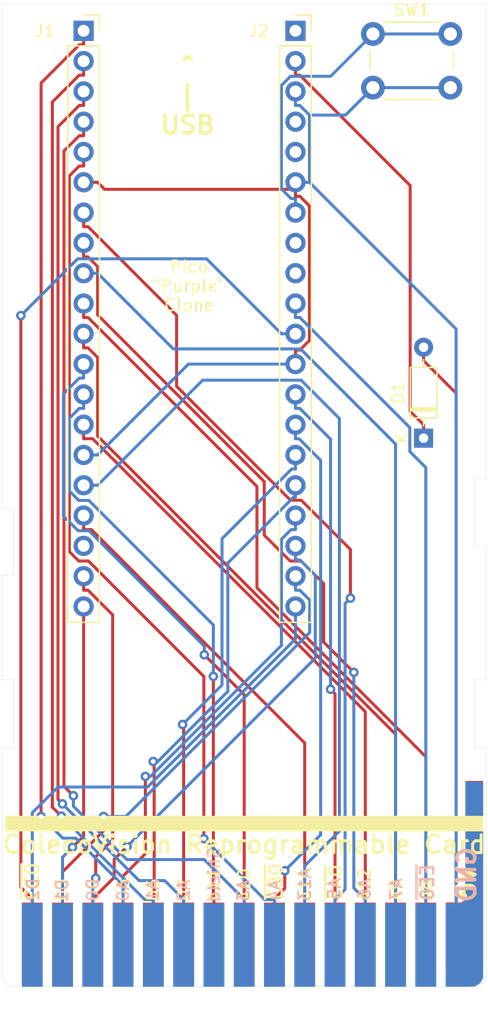
<source format=kicad_pcb>
(kicad_pcb (version 20240108) (generator "pcbnew") (generator_version "8.0")
  (title_block (title "ColecoVision Reprogrammable Memory Card") (date "2022-11-15") (rev "1") (company "Jaystonians Retro Wares"))
  (layers (0 "F.Cu" signal) (31 "B.Cu" signal) (34 "B.Paste" user) (35 "F.Paste" user) (36 "B.SilkS" user "B.Silkscreen") (37 "F.SilkS" user "F.Silkscreen") (38 "B.Mask" user) (39 "F.Mask" user) (44 "Edge.Cuts" user))
  (net 0 "")
  (net 1 "/~{FCE3}")
  (net 2 "/~{FCE2}")
  (net 3 "/~{FCE1}")
  (net 4 "/~{FCE0}")
  (net 5 "Net-(D1-K)")
  (net 6 "GND")
  (net 7 "+5V")
  (net 8 "A4")
  (net 9 "A11")
  (net 10 "A6")
  (net 11 "A13")
  (net 12 "A10")
  (net 13 "A0")
  (net 14 "A8")
  (net 15 "D0")
  (net 16 "A9")
  (net 17 "A12")
  (net 18 "D1")
  (net 19 "A7")
  (net 20 "A5")
  (net 21 "A3")
  (net 22 "A1")
  (net 23 "A2")
  (net 24 "A14")
  (net 26 "D6")
  (net 27 "D3")
  (net 28 "D5")
  (net 31 "D4")
  (net 32 "D7")
  (net 33 "RST")
  (net 34 "D2")
  (footprint "Library:Coleco_Expansion_Card" (layer "F.Cu") (at 99.0727 153.5327)
    (property "Reference" "X1" (hide yes))
    (property "Value" "CVS-Card")
    (fp_arc (start 18.8214 -7.62) (mid 18.579617 -7.036283) (end 17.9959 -6.7945) (stroke (width 0.5)) (layer "F.Cu"))
    (fp_poly (pts (xy 18.6055 -1.397) (xy 19.2405 -1.397) (xy 19.7485 -1.5875) (xy 20.0025 -1.905) (xy 20.0025 -2.54) (xy 20.0025 -17.2085) (xy 18.6055 -17.2085)) (stroke (width 0.1)) (fill solid) (layer "F.Cu"))
    (fp_arc (start 18.8214 -7.5565) (mid 18.579617 -6.972783) (end 17.9959 -6.731) (stroke (width 0.5)) (layer "B.Cu"))
    (fp_poly (pts (xy 18.6055 -0.0635) (xy 19.304 -0.0635) (xy 19.7485 -0.3175) (xy 20.0025 -0.762) (xy 20.0025 -1.016) (xy 20.0025 -17.145) (xy 18.6055 -17.145)) (stroke (width 0.1)) (fill solid) (layer "B.Cu"))
    (fp_poly (pts (xy -20.0025 -14.2875) (xy -20.0025 -13.081) (xy 20.0025 -13.081) (xy 20.0025 -14.2875)) (stroke (width 0.1)) (fill solid) (layer "F.SilkS"))
    (fp_line (start -20.32 -82.4) (end -20.32 -40.1) (stroke (width 0.0254)) (layer "Edge.Cuts"))
    (fp_line (start -20.32 -82.4) (end 20.32 -82.4) (stroke (width 0.0254)) (layer "Edge.Cuts"))
    (fp_line (start -20.32 -34.5) (end -20.32 -25.75) (stroke (width 0.0254)) (layer "Edge.Cuts"))
    (fp_line (start -20.32 -20) (end -20.32 -1.016) (stroke (width 0.0254)) (layer "Edge.Cuts"))
    (fp_line (start -19.35 -40.1) (end -20.32 -40.1) (stroke (width 0.0254)) (layer "Edge.Cuts"))
    (fp_line (start -19.35 -40.1) (end -19.35 -34.5) (stroke (width 0.0254)) (layer "Edge.Cuts"))
    (fp_line (start -19.35 -34.5) (end -20.32 -34.5) (stroke (width 0.0254)) (layer "Edge.Cuts"))
    (fp_line (start -19.35 -25.75) (end -20.32 -25.75) (stroke (width 0.0254)) (layer "Edge.Cuts"))
    (fp_line (start -19.35 -25.75) (end -19.35 -20) (stroke (width 0.0254)) (layer "Edge.Cuts"))
    (fp_line (start -19.35 -20) (end -20.32 -20) (stroke (width 0.0254)) (layer "Edge.Cuts"))
    (fp_line (start -19.304 0) (end 19.304 0) (stroke (width 0.0254)) (layer "Edge.Cuts"))
    (fp_line (start 19.35 -42.5975) (end 19.35 -36.9975) (stroke (width 0.0254)) (layer "Edge.Cuts"))
    (fp_line (start 19.35 -25.75) (end 19.35 -20) (stroke (width 0.0254)) (layer "Edge.Cuts"))
    (fp_line (start 20.32 -82.4) (end 20.32 -42.5975) (stroke (width 0.0254)) (layer "Edge.Cuts"))
    (fp_line (start 20.32 -42.5975) (end 19.35 -42.5975) (stroke (width 0.0254)) (layer "Edge.Cuts"))
    (fp_line (start 20.32 -37) (end 19.35 -37) (stroke (width 0.0254)) (layer "Edge.Cuts"))
    (fp_line (start 20.32 -37) (end 20.32 -25.75) (stroke (width 0.0254)) (layer "Edge.Cuts"))
    (fp_line (start 20.32 -25.75) (end 19.35 -25.75) (stroke (width 0.0254)) (layer "Edge.Cuts"))
    (fp_line (start 20.32 -20) (end 19.35 -20) (stroke (width 0.0254)) (layer "Edge.Cuts"))
    (fp_line (start 20.32 -20) (end 20.32 -1.016) (stroke (width 0.0254)) (layer "Edge.Cuts"))
    (fp_arc (start -19.304 0) (mid -20.02242 -0.29758) (end -20.32 -1.016) (stroke (width 0.0254)) (layer "Edge.Cuts"))
    (fp_arc (start 20.32 -1.016) (mid 20.02242 -0.29758) (end 19.304 0) (stroke (width 0.0254)) (layer "Edge.Cuts"))
    (fp_text user "A7" (at 12.7635 -8.1915 90) (layer "B.SilkS") (effects (justify mirror)))
    (fp_text user "A5" (at 7.5565 -8.1915 90) (layer "B.SilkS") (effects (justify mirror)))
    (fp_text user "A0" (at -10.16 -8.0645 90) (layer "B.SilkS") (effects (justify mirror)))
    (fp_text user "D2" (at -17.7165 -8.128 90) (layer "B.SilkS") (effects (justify mirror)))
    (fp_text user "A3" (at -0.0635 -8.0645 90) (layer "B.SilkS") (effects (justify mirror)))
    (fp_text user "Shield" (at -2.54 -9.398 90) (layer "B.SilkS") (effects (justify mirror)))
    (fp_text user "GND" (at 18.669 -9.398 90) (layer "B.SilkS") (effects (font (size 1.5 1.5) (thickness 0.3)) (justify mirror)))
    (fp_text user "D0" (at -12.7 -8.128 90) (layer "B.SilkS") (effects (justify mirror)))
    (fp_text user "A1" (at -7.6835 -8.0645 90) (layer "B.SilkS") (effects (justify mirror)))
    (fp_text user "~{EE0}" (at 15.367 -8.752701 90) (layer "B.SilkS") (effects (font (size 1.1 1.1) (thickness 0.2)) (justify mirror)))
    (fp_text user "A4" (at 2.54 -8.0645 90) (layer "B.SilkS") (effects (justify mirror)))
    (fp_text user "A13" (at 5.08 -8.5725 90) (layer "B.SilkS") (effects (justify mirror)))
    (fp_text user "A6" (at 10.0965 -8.1915 90) (layer "B.SilkS") (effects (justify mirror)))
    (fp_text user "D1" (at -15.3035 -8.0645 90) (layer "B.SilkS") (effects (justify mirror)))
    (fp_text user "A2" (at -5.08 -8.0645 90) (layer "B.SilkS") (effects (justify mirror)))
    (fp_text user "D5" (at -10.16 -8.128 90) (layer "F.SilkS"))
    (fp_text user "~{EA0}" (at 7.6835 -8.752701 90) (layer "F.SilkS") (effects (font (size 1.1 1.1) (thickness 0.2))))
    (fp_text user "5V" (at 18.669 -8.6995 90) (layer "F.SilkS") (effects (font (size 1.5 1.5) (thickness 0.3))))
    (fp_text user "D4" (at -12.7 -8.128 90) (layer "F.SilkS"))
    (fp_text user "A11" (at -2.54 -8.5725 90) (layer "F.SilkS"))
    (fp_text user "~{E80}" (at 2.654299 -8.816201 90) (layer "F.SilkS") (effects (font (size 1.1 1.1) (thickness 0.2))))
    (fp_text user "A12" (at 10.0965 -8.5725 90) (layer "F.SilkS"))
    (fp_text user "D6" (at -7.62 -8.128 90) (layer "F.SilkS"))
    (fp_text user "A8" (at 15.24 -8.128 90) (layer "F.SilkS"))
    (fp_text user "A14" (at 5.08 -8.5725 90) (layer "F.SilkS"))
    (fp_text user "D7" (at -5.0165 -8.128 90) (layer "F.SilkS"))
    (fp_text user "D3" (at -15.24 -8.128 90) (layer "F.SilkS"))
    (fp_text user "A10" (at 0 -8.5725 90) (layer "F.SilkS"))
    (fp_text user "A9" (at 12.7 -8.128 90) (layer "F.SilkS"))
    (fp_text user "~{EC0}" (at -17.78 -8.816201 90) (layer "F.SilkS") (effects (font (size 1.1 1.1) (thickness 0.2))))
    (fp_text user "ColecoVision Reprogrammable Card" (at -0.012701 -11.927701 0) (layer "F.SilkS") (effects (font (size 1.5 1.5) (thickness 0.25))))
    (pad "1" connect rect (at -17.78 -3.4925) (size 1.75 7) (layers "B.Cu" "B.Mask") (net 34 "D2"))
    (pad "2" connect rect (at -17.78 -3.556) (size 1.75 7) (layers "F.Cu" "F.Mask") (net 2 "/~{FCE2}"))
    (pad "3" connect rect (at -15.24 -3.4925) (size 1.75 7) (layers "B.Cu" "B.Mask") (net 18 "D1"))
    (pad "4" connect rect (at -15.24 -3.556) (size 1.75 7) (layers "F.Cu" "F.Mask") (net 27 "D3"))
    (pad "5" connect rect (at -12.7 -3.4925) (size 1.75 7) (layers "B.Cu" "B.Mask") (net 15 "D0"))
    (pad "6" connect rect (at -12.7 -3.556) (size 1.75 7) (layers "F.Cu" "F.Mask") (net 31 "D4"))
    (pad "7" connect rect (at -10.16 -3.4925) (size 1.75 7) (layers "B.Cu" "B.Mask") (net 13 "A0"))
    (pad "8" connect rect (at -10.16 -3.556) (size 1.75 7) (layers "F.Cu" "F.Mask") (net 28 "D5"))
    (pad "9" connect rect (at -7.62 -3.4925) (size 1.75 7) (layers "B.Cu" "B.Mask") (net 22 "A1"))
    (pad "10" connect rect (at -7.62 -3.556) (size 1.75 7) (layers "F.Cu" "F.Mask") (net 26 "D6"))
    (pad "11" connect rect (at -5.08 -3.4925) (size 1.75 7) (layers "B.Cu" "B.Mask") (net 23 "A2"))
    (pad "12" connect rect (at -5.08 -3.556) (size 1.75 7) (layers "F.Cu" "F.Mask") (net 32 "D7"))
    (pad "13" connect rect (at -2.54 -3.4925) (size 1.75 7) (layers "B.Cu" "B.Mask"))
    (pad "14" connect rect (at -2.54 -3.556) (size 1.75 7) (layers "F.Cu" "F.Mask") (net 9 "A11"))
    (pad "15" connect rect (at 0 -3.4925) (size 1.75 7) (layers "B.Cu" "B.Mask") (net 21 "A3"))
    (pad "16" connect rect (at 0 -3.556) (size 1.75 7) (layers "F.Cu" "F.Mask") (net 12 "A10"))
    (pad "17" connect rect (at 2.54 -3.4925) (size 1.75 7) (layers "B.Cu" "B.Mask") (net 8 "A4"))
    (pad "18" connect rect (at 2.54 -3.556) (size 1.75 7) (layers "F.Cu" "F.Mask") (net 4 "/~{FCE0}"))
    (pad "19" connect rect (at 5.08 -3.4925) (size 1.75 7) (layers "B.Cu" "B.Mask") (net 11 "A13"))
    (pad "20" connect rect (at 5.08 -3.556) (size 1.75 7) (layers "F.Cu" "F.Mask") (net 24 "A14"))
    (pad "21" connect rect (at 7.62 -3.4925) (size 1.75 7) (layers "B.Cu" "B.Mask") (net 20 "A5"))
    (pad "22" connect rect (at 7.62 -3.556) (size 1.75 7) (layers "F.Cu" "F.Mask") (net 3 "/~{FCE1}"))
    (pad "23" connect rect (at 10.16 -3.4925) (size 1.75 7) (layers "B.Cu" "B.Mask") (net 10 "A6"))
    (pad "24" connect rect (at 10.16 -3.556) (size 1.75 7) (layers "F.Cu" "F.Mask") (net 17 "A12"))
    (pad "25" connect rect (at 12.7 -3.4925) (size 1.75 7) (layers "B.Cu" "B.Mask") (net 19 "A7"))
    (pad "26" connect rect (at 12.7 -3.556) (size 1.75 7) (layers "F.Cu" "F.Mask") (net 16 "A9"))
    (pad "27" connect rect (at 15.24 -3.4925) (size 1.75 7) (layers "B.Cu" "B.Mask") (net 1 "/~{FCE3}"))
    (pad "28" connect rect (at 15.24 -3.556) (size 1.75 7) (layers "F.Cu" "F.Mask") (net 14 "A8"))
    (pad "29" connect rect (at 17.78 -3.4925) (size 1.75 7) (layers "B.Cu" "B.Mask") (net 6 "GND"))
    (pad "30" connect rect (at 17.78 -4.191) (size 1.75 5.75) (layers "F.Cu" "F.Mask") (net 7 "+5V"))
  )
  (footprint "Diode_THT:D_DO-35_SOD27_P7.62mm_Horizontal" (layer "F.Cu") (at 114.125 107.535 90)
    (property "Reference" "D1" (at 3.81 -2.12 -90) (layer "F.SilkS"))
    (property "Value" "Diode ")
    (fp_line (start 5.93 -1.12) (end 1.69 -1.12) (stroke (width 0.12)) (layer "F.SilkS"))
    (fp_line (start 2.53 -1.12) (end 2.53 1.12) (stroke (width 0.12)) (layer "F.SilkS"))
    (fp_line (start 2.41 -1.12) (end 2.41 1.12) (stroke (width 0.12)) (layer "F.SilkS"))
    (fp_line (start 2.29 -1.12) (end 2.29 1.12) (stroke (width 0.12)) (layer "F.SilkS"))
    (fp_line (start 1.69 -1.12) (end 1.69 1.12) (stroke (width 0.12)) (layer "F.SilkS"))
    (fp_line (start 6.58 0) (end 5.93 0) (stroke (width 0.12)) (layer "F.SilkS"))
    (fp_line (start 1.04 0) (end 1.69 0) (stroke (width 0.12)) (layer "F.SilkS"))
    (fp_line (start 5.93 1.12) (end 5.93 -1.12) (stroke (width 0.12)) (layer "F.SilkS"))
    (fp_line (start 1.69 1.12) (end 5.93 1.12) (stroke (width 0.12)) (layer "F.SilkS"))
    (fp_text user "K" (at 0 -1.8 -90) (layer "F.SilkS"))
    (pad "1" thru_hole rect (at 0 0 90) (size 1.6 1.6) (drill 0.8) (layers "*.Cu" "*.Mask") (net 5 "Net-(D1-K)"))
    (pad "2" thru_hole oval (at 7.62 0 90) (size 1.6 1.6) (drill 0.8) (layers "*.Cu" "*.Mask") (net 7 "+5V"))
  )
  (footprint "Connector_PinSocket_2.54mm:PinSocket_1x20_P2.54mm_Vertical" (layer "F.Cu") (at 85.6 73.385)
    (property "Reference" "J1" (at -3.25 0.015 0) (layer "F.SilkS"))
    (property "Value" "Conn_01x20")
    (fp_line (start -1.33 1.27) (end -1.33 49.59) (stroke (width 0.12)) (layer "F.SilkS"))
    (fp_line (start -1.33 1.27) (end 1.33 1.27) (stroke (width 0.12)) (layer "F.SilkS"))
    (fp_line (start -1.33 49.59) (end 1.33 49.59) (stroke (width 0.12)) (layer "F.SilkS"))
    (fp_line (start 0 -1.33) (end 1.33 -1.33) (stroke (width 0.12)) (layer "F.SilkS"))
    (fp_line (start 1.33 -1.33) (end 1.33 0) (stroke (width 0.12)) (layer "F.SilkS"))
    (fp_line (start 1.33 1.27) (end 1.33 49.59) (stroke (width 0.12)) (layer "F.SilkS"))
    (pad "1" thru_hole rect (at 0 0) (size 1.7 1.7) (drill 1) (layers "*.Cu" "*.Mask") (net 13 "A0"))
    (pad "2" thru_hole oval (at 0 2.54) (size 1.7 1.7) (drill 1) (layers "*.Cu" "*.Mask") (net 22 "A1"))
    (pad "3" thru_hole oval (at 0 5.08) (size 1.7 1.7) (drill 1) (layers "*.Cu" "*.Mask") (net 23 "A2"))
    (pad "4" thru_hole oval (at 0 7.62) (size 1.7 1.7) (drill 1) (layers "*.Cu" "*.Mask") (net 21 "A3"))
    (pad "5" thru_hole oval (at 0 10.16) (size 1.7 1.7) (drill 1) (layers "*.Cu" "*.Mask") (net 8 "A4"))
    (pad "6" thru_hole oval (at 0 12.7) (size 1.7 1.7) (drill 1) (layers "*.Cu" "*.Mask") (net 6 "GND"))
    (pad "7" thru_hole oval (at 0 15.24) (size 1.7 1.7) (drill 1) (layers "*.Cu" "*.Mask") (net 20 "A5"))
    (pad "8" thru_hole oval (at 0 17.78) (size 1.7 1.7) (drill 1) (layers "*.Cu" "*.Mask") (net 10 "A6"))
    (pad "9" thru_hole oval (at 0 20.32) (size 1.7 1.7) (drill 1) (layers "*.Cu" "*.Mask") (net 19 "A7"))
    (pad "10" thru_hole oval (at 0 22.86) (size 1.7 1.7) (drill 1) (layers "*.Cu" "*.Mask") (net 14 "A8"))
    (pad "11" thru_hole oval (at 0 25.4) (size 1.7 1.7) (drill 1) (layers "*.Cu" "*.Mask") (net 16 "A9"))
    (pad "12" thru_hole oval (at 0 27.94) (size 1.7 1.7) (drill 1) (layers "*.Cu" "*.Mask") (net 12 "A10"))
    (pad "13" thru_hole oval (at 0 30.48) (size 1.7 1.7) (drill 1) (layers "*.Cu" "*.Mask") (net 9 "A11"))
    (pad "14" thru_hole oval (at 0 33.02) (size 1.7 1.7) (drill 1) (layers "*.Cu" "*.Mask") (net 17 "A12"))
    (pad "15" thru_hole oval (at 0 35.56) (size 1.7 1.7) (drill 1) (layers "*.Cu" "*.Mask") (net 6 "GND"))
    (pad "16" thru_hole oval (at 0 38.1) (size 1.7 1.7) (drill 1) (layers "*.Cu" "*.Mask") (net 11 "A13"))
    (pad "17" thru_hole oval (at 0 40.64) (size 1.7 1.7) (drill 1) (layers "*.Cu" "*.Mask") (net 24 "A14"))
    (pad "18" thru_hole oval (at 0 43.18) (size 1.7 1.7) (drill 1) (layers "*.Cu" "*.Mask"))
    (pad "19" thru_hole oval (at 0 45.72) (size 1.7 1.7) (drill 1) (layers "*.Cu" "*.Mask") (net 15 "D0"))
    (pad "20" thru_hole oval (at 0 48.26) (size 1.7 1.7) (drill 1) (layers "*.Cu" "*.Mask") (net 18 "D1"))
  )
  (footprint "Button_Switch_THT:SW_PUSH_6mm" (layer "F.Cu") (at 109.875 73.65)
    (property "Reference" "SW1" (at 3.25 -2 0) (layer "F.SilkS"))
    (property "Value" "SW_Push")
    (fp_line (start -0.25 1.5) (end -0.25 3) (stroke (width 0.12)) (layer "F.SilkS"))
    (fp_line (start 1 5.5) (end 5.5 5.5) (stroke (width 0.12)) (layer "F.SilkS"))
    (fp_line (start 5.5 -1) (end 1 -1) (stroke (width 0.12)) (layer "F.SilkS"))
    (fp_line (start 6.75 3) (end 6.75 1.5) (stroke (width 0.12)) (layer "F.SilkS"))
    (pad "1" thru_hole circle (at 0 0 90) (size 2 2) (drill 1.1) (layers "*.Cu" "*.Mask") (net 33 "RST"))
    (pad "1" thru_hole circle (at 6.5 0 90) (size 2 2) (drill 1.1) (layers "*.Cu" "*.Mask") (net 33 "RST"))
    (pad "2" thru_hole circle (at 0 4.5 90) (size 2 2) (drill 1.1) (layers "*.Cu" "*.Mask") (net 6 "GND"))
    (pad "2" thru_hole circle (at 6.5 4.5 90) (size 2 2) (drill 1.1) (layers "*.Cu" "*.Mask") (net 6 "GND"))
  )
  (footprint "Connector_PinSocket_2.54mm:PinSocket_1x20_P2.54mm_Vertical" (layer "F.Cu") (at 103.375 73.385)
    (property "Reference" "J2" (at -3.1 0.015 0) (layer "F.SilkS"))
    (property "Value" "Conn_01x20")
    (fp_line (start -1.33 1.27) (end -1.33 49.59) (stroke (width 0.12)) (layer "F.SilkS"))
    (fp_line (start -1.33 1.27) (end 1.33 1.27) (stroke (width 0.12)) (layer "F.SilkS"))
    (fp_line (start -1.33 49.59) (end 1.33 49.59) (stroke (width 0.12)) (layer "F.SilkS"))
    (fp_line (start 0 -1.33) (end 1.33 -1.33) (stroke (width 0.12)) (layer "F.SilkS"))
    (fp_line (start 1.33 -1.33) (end 1.33 0) (stroke (width 0.12)) (layer "F.SilkS"))
    (fp_line (start 1.33 1.27) (end 1.33 49.59) (stroke (width 0.12)) (layer "F.SilkS"))
    (pad "1" thru_hole rect (at 0 0) (size 1.7 1.7) (drill 1) (layers "*.Cu" "*.Mask"))
    (pad "2" thru_hole oval (at 0 2.54) (size 1.7 1.7) (drill 1) (layers "*.Cu" "*.Mask") (net 5 "Net-(D1-K)"))
    (pad "3" thru_hole oval (at 0 5.08) (size 1.7 1.7) (drill 1) (layers "*.Cu" "*.Mask") (net 6 "GND"))
    (pad "4" thru_hole oval (at 0 7.62) (size 1.7 1.7) (drill 1) (layers "*.Cu" "*.Mask"))
    (pad "5" thru_hole oval (at 0 10.16) (size 1.7 1.7) (drill 1) (layers "*.Cu" "*.Mask"))
    (pad "6" thru_hole oval (at 0 12.7) (size 1.7 1.7) (drill 1) (layers "*.Cu" "*.Mask") (net 6 "GND"))
    (pad "7" thru_hole oval (at 0 15.24) (size 1.7 1.7) (drill 1) (layers "*.Cu" "*.Mask") (net 33 "RST"))
    (pad "8" thru_hole oval (at 0 17.78) (size 1.7 1.7) (drill 1) (layers "*.Cu" "*.Mask"))
    (pad "9" thru_hole oval (at 0 20.32) (size 1.7 1.7) (drill 1) (layers "*.Cu" "*.Mask"))
    (pad "10" thru_hole oval (at 0 22.86) (size 1.7 1.7) (drill 1) (layers "*.Cu" "*.Mask") (net 1 "/~{FCE3}"))
    (pad "11" thru_hole oval (at 0 25.4) (size 1.7 1.7) (drill 1) (layers "*.Cu" "*.Mask") (net 2 "/~{FCE2}"))
    (pad "12" thru_hole oval (at 0 27.94) (size 1.7 1.7) (drill 1) (layers "*.Cu" "*.Mask") (net 6 "GND"))
    (pad "13" thru_hole oval (at 0 30.48) (size 1.7 1.7) (drill 1) (layers "*.Cu" "*.Mask") (net 3 "/~{FCE1}"))
    (pad "14" thru_hole oval (at 0 33.02) (size 1.7 1.7) (drill 1) (layers "*.Cu" "*.Mask") (net 4 "/~{FCE0}"))
    (pad "15" thru_hole oval (at 0 35.56) (size 1.7 1.7) (drill 1) (layers "*.Cu" "*.Mask") (net 32 "D7"))
    (pad "16" thru_hole oval (at 0 38.1) (size 1.7 1.7) (drill 1) (layers "*.Cu" "*.Mask") (net 26 "D6"))
    (pad "17" thru_hole oval (at 0 40.64) (size 1.7 1.7) (drill 1) (layers "*.Cu" "*.Mask") (net 28 "D5"))
    (pad "18" thru_hole oval (at 0 43.18) (size 1.7 1.7) (drill 1) (layers "*.Cu" "*.Mask") (net 31 "D4"))
    (pad "19" thru_hole oval (at 0 45.72) (size 1.7 1.7) (drill 1) (layers "*.Cu" "*.Mask") (net 27 "D3"))
    (pad "20" thru_hole oval (at 0 48.26) (size 1.7 1.7) (drill 1) (layers "*.Cu" "*.Mask") (net 34 "D2"))
  )
  (gr_text "^\n|\nUSB\n" (at 94.325 82.15 0) (layer "F.SilkS") (effects (font (size 1.5 1.5) (thickness 0.3) (bold yes)) (justify bottom)))
  (gr_text "Pico\n{dblquote}Purple{dblquote}\nClone" (at 94.45 96.975 0) (layer "F.SilkS") (effects (font (size 1 1)) (justify bottom)))
  (segment (start 112.9729 106.6519) (end 112.9729 108.6602) (width 0.25) (layer "B.Cu") (net 1))
  (segment (start 103.7427 97.4217) (end 112.9729 106.6519) (width 0.25) (layer "B.Cu") (net 1))
  (segment (start 103.375 96.245) (end 103.375 97.4217) (width 0.25) (layer "B.Cu") (net 1))
  (segment (start 114.3127 110) (end 114.3127 150.0402) (width 0.25) (layer "B.Cu") (net 1))
  (segment (start 103.375 97.4217) (end 103.7427 97.4217) (width 0.25) (layer "B.Cu") (net 1))
  (segment (start 112.9729 108.6602) (end 114.3127 110) (width 0.25) (layer "B.Cu") (net 1))
  (segment (start 81.2927 146.15) (end 80.3361 145.1934) (width 0.25) (layer "F.Cu") (net 2))
  (segment (start 80.3361 145.1934) (end 80.3361 97.2611) (width 0.25) (layer "F.Cu") (net 2))
  (segment (start 81.2927 149.9767) (end 81.2927 146.15) (width 0.25) (layer "F.Cu") (net 2))
  (via (at 80.3361 97.2611) (size 0.8) (drill 0.4) (layers "F.Cu" "B.Cu") (net 2))
  (segment (start 95.9138 92.5005) (end 85.0967 92.5005) (width 0.25) (layer "B.Cu") (net 2))
  (segment (start 85.0967 92.5005) (end 80.3361 97.2611) (width 0.25) (layer "B.Cu") (net 2))
  (segment (start 102.1983 98.785) (end 95.9138 92.5005) (width 0.25) (layer "B.Cu") (net 2))
  (segment (start 103.375 98.785) (end 102.1983 98.785) (width 0.25) (layer "B.Cu") (net 2))
  (segment (start 106.6927 149.9767) (end 106.6927 146.15) (width 0.25) (layer "F.Cu") (net 3))
  (segment (start 106.6927 128.9626) (end 106.3193 128.5892) (width 0.25) (layer "F.Cu") (net 3))
  (segment (start 106.6927 146.15) (end 106.6927 128.9626) (width 0.25) (layer "F.Cu") (net 3))
  (via (at 106.3193 128.5892) (size 0.8) (drill 0.4) (layers "F.Cu" "B.Cu") (net 3))
  (segment (start 106.3193 107.6203) (end 106.3193 128.5892) (width 0.25) (layer "B.Cu") (net 3))
  (segment (start 103.7407 105.0417) (end 106.3193 107.6203) (width 0.25) (layer "B.Cu") (net 3))
  (segment (start 103.375 103.865) (end 103.375 105.0417) (width 0.25) (layer "B.Cu") (net 3))
  (segment (start 103.375 105.0417) (end 103.7407 105.0417) (width 0.25) (layer "B.Cu") (net 3))
  (segment (start 101.6127 146.15) (end 102.4786 145.2841) (width 0.25) (layer "F.Cu") (net 4))
  (segment (start 102.4786 145.2841) (end 102.4786 143.7995) (width 0.25) (layer "F.Cu") (net 4))
  (segment (start 101.6127 149.9767) (end 101.6127 146.15) (width 0.25) (layer "F.Cu") (net 4))
  (via (at 102.4786 143.7995) (size 0.8) (drill 0.4) (layers "F.Cu" "B.Cu") (net 4))
  (segment (start 102.4786 143.7995) (end 105.4882 140.7899) (width 0.25) (layer "B.Cu") (net 4))
  (segment (start 105.4882 109.394) (end 103.6759 107.5817) (width 0.25) (layer "B.Cu") (net 4))
  (segment (start 103.375 106.405) (end 103.375 107.5817) (width 0.25) (layer "B.Cu") (net 4))
  (segment (start 103.6759 107.5817) (end 103.375 107.5817) (width 0.25) (layer "B.Cu") (net 4))
  (segment (start 105.4882 140.7899) (end 105.4882 109.394) (width 0.25) (layer "B.Cu") (net 4))
  (segment (start 112.9983 105.2816) (end 112.9983 86.3573) (width 0.25) (layer "F.Cu") (net 5))
  (segment (start 103.7427 77.1017) (end 103.375 77.1017) (width 0.25) (layer "F.Cu") (net 5))
  (segment (start 114.125 107.535) (end 114.125 106.4083) (width 0.25) (layer "F.Cu") (net 5))
  (segment (start 112.9983 86.3573) (end 103.7427 77.1017) (width 0.25) (layer "F.Cu") (net 5))
  (segment (start 103.375 75.925) (end 103.375 77.1017) (width 0.25) (layer "F.Cu") (net 5))
  (segment (start 114.125 106.4083) (end 112.9983 105.2816) (width 0.25) (layer "F.Cu") (net 5))
  (segment (start 103.375 86.6733) (end 87.365 86.6733) (width 0.25) (layer "F.Cu") (net 6))
  (segment (start 104.5517 99.3393) (end 104.5517 88.0706) (width 0.25) (layer "F.Cu") (net 6))
  (segment (start 103.7428 87.2617) (end 103.375 87.2617) (width 0.25) (layer "F.Cu") (net 6))
  (segment (start 103.375 101.325) (end 103.375 100.1483) (width 0.25) (layer "F.Cu") (net 6))
  (segment (start 87.365 86.6733) (end 86.7767 86.085) (width 0.25) (layer "F.Cu") (net 6))
  (segment (start 104.5517 88.0706) (end 103.7428 87.2617) (width 0.25) (layer "F.Cu") (net 6))
  (segment (start 103.375 100.1483) (end 103.7427 100.1483) (width 0.25) (layer "F.Cu") (net 6))
  (segment (start 103.375 86.6733) (end 103.375 87.2617) (width 0.25) (layer "F.Cu") (net 6))
  (segment (start 85.6 86.085) (end 86.7767 86.085) (width 0.25) (layer "F.Cu") (net 6))
  (segment (start 103.375 86.085) (end 103.375 86.6733) (width 0.25) (layer "F.Cu") (net 6))
  (segment (start 103.7427 100.1483) (end 104.5517 99.3393) (width 0.25) (layer "F.Cu") (net 6))
  (segment (start 116.8527 150.0402) (end 116.8527 98.386) (width 0.25) (layer "B.Cu") (net 6))
  (segment (start 94.3967 101.325) (end 103.375 101.325) (width 0.25) (layer "B.Cu") (net 6))
  (segment (start 107.5743 80.4507) (end 109.875 78.15) (width 0.25) (layer "B.Cu") (net 6))
  (segment (start 116.8527 98.386) (end 104.5517 86.085) (width 0.25) (layer "B.Cu") (net 6))
  (segment (start 103.7427 79.6417) (end 103.375 79.6417) (width 0.25) (layer "B.Cu") (net 6))
  (segment (start 104.5517 80.4507) (end 107.5743 80.4507) (width 0.25) (layer "B.Cu") (net 6))
  (segment (start 116.375 78.15) (end 109.875 78.15) (width 0.25) (layer "B.Cu") (net 6))
  (segment (start 103.375 78.465) (end 103.375 79.6417) (width 0.25) (layer "B.Cu") (net 6))
  (segment (start 86.7767 108.945) (end 94.3967 101.325) (width 0.25) (layer "B.Cu") (net 6))
  (segment (start 103.375 86.085) (end 104.5517 86.085) (width 0.25) (layer "B.Cu") (net 6))
  (segment (start 85.6 108.945) (end 86.7767 108.945) (width 0.25) (layer "B.Cu") (net 6))
  (segment (start 104.5517 86.085) (end 104.5517 80.4507) (width 0.25) (layer "B.Cu") (net 6))
  (segment (start 104.5517 80.4507) (end 103.7427 79.6417) (width 0.25) (layer "B.Cu") (net 6))
  (segment (start 116.8527 103.7694) (end 116.8527 149.3417) (width 0.25) (layer "F.Cu") (net 7))
  (segment (start 114.125 101.0417) (end 116.8527 103.7694) (width 0.25) (layer "F.Cu") (net 7))
  (segment (start 114.125 99.915) (end 114.125 101.0417) (width 0.25) (layer "F.Cu") (net 7))
  (segment (start 85.2323 84.7217) (end 85.6 84.7217) (width 0.25) (layer "F.Cu") (net 8))
  (segment (start 84.4028 117.0454) (end 84.4028 85.5512) (width 0.25) (layer "F.Cu") (net 8))
  (segment (start 95.6882 127.5135) (end 86.0097 117.835) (width 0.25) (layer "F.Cu") (net 8))
  (segment (start 95.6882 141.1132) (end 95.6882 127.5135) (width 0.25) (layer "F.Cu") (net 8))
  (segment (start 85.1924 117.835) (end 84.4028 117.0454) (width 0.25) (layer "F.Cu") (net 8))
  (segment (start 86.0097 117.835) (end 85.1924 117.835) (width 0.25) (layer "F.Cu") (net 8))
  (segment (start 85.6 83.545) (end 85.6 84.7217) (width 0.25) (layer "F.Cu") (net 8))
  (segment (start 84.4028 85.5512) (end 85.2323 84.7217) (width 0.25) (layer "F.Cu") (net 8))
  (via (at 95.6882 141.1132) (size 0.8) (drill 0.4) (layers "F.Cu" "B.Cu") (net 8))
  (segment (start 100.7885 146.2135) (end 101.6127 146.2135) (width 0.25) (layer "B.Cu") (net 8))
  (segment (start 95.6882 141.1132) (end 100.7885 146.2135) (width 0.25) (layer "B.Cu") (net 8))
  (segment (start 101.6127 150.0402) (end 101.6127 146.2135) (width 0.25) (layer "B.Cu") (net 8))
  (segment (start 96.4863 146.1036) (end 96.4863 127.5111) (width 0.25) (layer "F.Cu") (net 9))
  (segment (start 96.5327 146.15) (end 96.4863 146.1036) (width 0.25) (layer "F.Cu") (net 9))
  (segment (start 96.5327 149.9767) (end 96.5327 146.15) (width 0.25) (layer "F.Cu") (net 9))
  (via (at 96.4863 127.5111) (size 0.8) (drill 0.4) (layers "F.Cu" "B.Cu") (net 9))
  (segment (start 84.4062 105.8678) (end 84.4062 111.9632) (width 0.25) (layer "B.Cu") (net 9))
  (segment (start 85.6 105.0417) (end 85.2323 105.0417) (width 0.25) (layer "B.Cu") (net 9))
  (segment (start 86.0429 112.755) (end 96.4863 123.1984) (width 0.25) (layer "B.Cu") (net 9))
  (segment (start 84.4062 111.9632) (end 85.198 112.755) (width 0.25) (layer "B.Cu") (net 9))
  (segment (start 85.198 112.755) (end 86.0429 112.755) (width 0.25) (layer "B.Cu") (net 9))
  (segment (start 96.4863 123.1984) (end 96.4863 127.5111) (width 0.25) (layer "B.Cu") (net 9))
  (segment (start 85.6 103.865) (end 85.6 105.0417) (width 0.25) (layer "B.Cu") (net 9))
  (segment (start 85.2323 105.0417) (end 84.4062 105.8678) (width 0.25) (layer "B.Cu") (net 9))
  (segment (start 85.6 92.3417) (end 85.9678 92.3417) (width 0.25) (layer "F.Cu") (net 10))
  (segment (start 85.6 91.165) (end 85.6 92.3417) (width 0.25) (layer "F.Cu") (net 10))
  (segment (start 100.7552 111.1785) (end 100.7552 115.6678) (width 0.25) (layer "F.Cu") (net 10))
  (segment (start 102.9224 117.835) (end 103.8477 117.835) (width 0.25) (layer "F.Cu") (net 10))
  (segment (start 103.8477 117.835) (end 105.74 119.7273) (width 0.25) (layer "F.Cu") (net 10))
  (segment (start 85.9678 92.3417) (end 86.7767 93.1506) (width 0.25) (layer "F.Cu") (net 10))
  (segment (start 86.7767 97.2) (end 100.7552 111.1785) (width 0.25) (layer "F.Cu") (net 10))
  (segment (start 105.74 124.6349) (end 108.274 127.1689) (width 0.25) (layer "F.Cu") (net 10))
  (segment (start 86.7767 93.1506) (end 86.7767 97.2) (width 0.25) (layer "F.Cu") (net 10))
  (segment (start 105.74 119.7273) (end 105.74 124.6349) (width 0.25) (layer "F.Cu") (net 10))
  (segment (start 100.7552 115.6678) (end 102.9224 117.835) (width 0.25) (layer "F.Cu") (net 10))
  (via (at 108.274 127.1689) (size 0.8) (drill 0.4) (layers "F.Cu" "B.Cu") (net 10))
  (segment (start 109.2327 146.2135) (end 108.274 145.2548) (width 0.25) (layer "B.Cu") (net 10))
  (segment (start 109.2327 150.0402) (end 109.2327 146.2135) (width 0.25) (layer "B.Cu") (net 10))
  (segment (start 108.274 145.2548) (end 108.274 127.1689) (width 0.25) (layer "B.Cu") (net 10))
  (segment (start 95.5893 102.6724) (end 103.8466 102.6724) (width 0.25) (layer "B.Cu") (net 11))
  (segment (start 85.6 111.485) (end 86.7767 111.485) (width 0.25) (layer "B.Cu") (net 11))
  (segment (start 86.7767 111.485) (end 95.5893 102.6724) (width 0.25) (layer "B.Cu") (net 11))
  (segment (start 107.0609 140.4803) (end 104.1527 143.3885) (width 0.25) (layer "B.Cu") (net 11))
  (segment (start 104.1527 143.3885) (end 104.1527 150.0402) (width 0.25) (layer "B.Cu") (net 11))
  (segment (start 103.8466 102.6724) (end 107.0609 105.8867) (width 0.25) (layer "B.Cu") (net 11))
  (segment (start 107.0609 105.8867) (end 107.0609 140.4803) (width 0.25) (layer "B.Cu") (net 11))
  (segment (start 99.0727 129.043) (end 99.0727 149.9767) (width 0.25) (layer "F.Cu") (net 12))
  (segment (start 95.7301 125.7004) (end 99.0727 129.043) (width 0.25) (layer "F.Cu") (net 12))
  (via (at 95.7301 125.7004) (size 0.8) (drill 0.4) (layers "F.Cu" "B.Cu") (net 12))
  (segment (start 85.2323 102.5017) (end 83.9142 103.8198) (width 0.25) (layer "B.Cu") (net 12))
  (segment (start 85.6 102.5017) (end 85.2323 102.5017) (width 0.25) (layer "B.Cu") (net 12))
  (segment (start 83.9142 103.8198) (end 83.9142 114.0703) (width 0.25) (layer "B.Cu") (net 12))
  (segment (start 85.6 101.325) (end 85.6 102.5017) (width 0.25) (layer "B.Cu") (net 12))
  (segment (start 83.9142 114.0703) (end 85.1389 115.295) (width 0.25) (layer "B.Cu") (net 12))
  (segment (start 95.7301 124.9752) (end 95.7301 125.7004) (width 0.25) (layer "B.Cu") (net 12))
  (segment (start 86.0499 115.295) (end 95.7301 124.9752) (width 0.25) (layer "B.Cu") (net 12))
  (segment (start 85.1389 115.295) (end 86.0499 115.295) (width 0.25) (layer "B.Cu") (net 12))
  (segment (start 85.6 73.385) (end 85.6 74.5617) (width 0.25) (layer "F.Cu") (net 13))
  (segment (start 85.6 74.5617) (end 85.2323 74.5617) (width 0.25) (layer "F.Cu") (net 13))
  (segment (start 85.2323 74.5617) (end 82.0329 77.7611) (width 0.25) (layer "F.Cu") (net 13))
  (segment (start 82.0329 77.7611) (end 82.0329 139.2492) (width 0.25) (layer "F.Cu") (net 13))
  (via (at 82.0329 139.2492) (size 0.8) (drill 0.4) (layers "F.Cu" "B.Cu") (net 13))
  (segment (start 88.9127 145.0471) (end 84.9327 141.0671) (width 0.25) (layer "B.Cu") (net 13))
  (segment (start 88.9127 150.0402) (end 88.9127 146.2135) (width 0.25) (layer "B.Cu") (net 13))
  (segment (start 83.8508 141.0671) (end 82.0329 139.2492) (width 0.25) (layer "B.Cu") (net 13))
  (segment (start 88.9127 146.2135) (end 88.9127 145.0471) (width 0.25) (layer "B.Cu") (net 13))
  (segment (start 84.9327 141.0671) (end 83.8508 141.0671) (width 0.25) (layer "B.Cu") (net 13))
  (segment (start 114.3127 149.9767) (end 114.3127 134.2469) (width 0.25) (layer "F.Cu") (net 14))
  (segment (start 85.6 96.245) (end 85.6 97.4217) (width 0.25) (layer "F.Cu") (net 14))
  (segment (start 114.3127 134.2469) (end 100.1444 120.0786) (width 0.25) (layer "F.Cu") (net 14))
  (segment (start 100.1444 120.0786) (end 100.1444 111.5889) (width 0.25) (layer "F.Cu") (net 14))
  (segment (start 85.9772 97.4217) (end 85.6 97.4217) (width 0.25) (layer "F.Cu") (net 14))
  (segment (start 100.1444 111.5889) (end 85.9772 97.4217) (width 0.25) (layer "F.Cu") (net 14))
  (segment (start 85.6 120.2817) (end 85.9677 120.2817) (width 0.25) (layer "F.Cu") (net 15))
  (segment (start 85.9677 120.2817) (end 88.0386 122.3526) (width 0.25) (layer "F.Cu") (net 15))
  (segment (start 88.0386 141.208) (end 86.6153 142.6313) (width 0.25) (layer "F.Cu") (net 15))
  (segment (start 85.6 119.105) (end 85.6 120.2817) (width 0.25) (layer "F.Cu") (net 15))
  (segment (start 88.0386 122.3526) (end 88.0386 141.208) (width 0.25) (layer "F.Cu") (net 15))
  (segment (start 86.6153 142.6313) (end 86.6153 144.4316) (width 0.25) (layer "F.Cu") (net 15))
  (via (at 86.6153 144.4316) (size 0.8) (drill 0.4) (layers "F.Cu" "B.Cu") (net 15))
  (segment (start 86.3727 144.6742) (end 86.3727 150.0402) (width 0.25) (layer "B.Cu") (net 15))
  (segment (start 86.6153 144.4316) (end 86.3727 144.6742) (width 0.25) (layer "B.Cu") (net 15))
  (segment (start 86.7767 100.7706) (end 86.7767 107.3583) (width 0.25) (layer "F.Cu") (net 16))
  (segment (start 85.9678 99.9617) (end 86.7767 100.7706) (width 0.25) (layer "F.Cu") (net 16))
  (segment (start 86.7767 107.3583) (end 111.7727 132.3543) (width 0.25) (layer "F.Cu") (net 16))
  (segment (start 85.6 99.9617) (end 85.9678 99.9617) (width 0.25) (layer "F.Cu") (net 16))
  (segment (start 85.6 98.785) (end 85.6 99.9617) (width 0.25) (layer "F.Cu") (net 16))
  (segment (start 111.7727 132.3543) (end 111.7727 149.9767) (width 0.25) (layer "F.Cu") (net 16))
  (segment (start 109.2327 130.4619) (end 109.2327 146.15) (width 0.25) (layer "F.Cu") (net 17))
  (segment (start 85.6 107.5817) (end 86.3525 107.5817) (width 0.25) (layer "F.Cu") (net 17))
  (segment (start 85.6 106.405) (end 85.6 107.5817) (width 0.25) (layer "F.Cu") (net 17))
  (segment (start 109.2327 149.9767) (end 109.2327 146.15) (width 0.25) (layer "F.Cu") (net 17))
  (segment (start 86.3525 107.5817) (end 109.2327 130.4619) (width 0.25) (layer "F.Cu") (net 17))
  (segment (start 84.6704 141.8328) (end 85.6 140.9032) (width 0.25) (layer "F.Cu") (net 18))
  (segment (start 85.6 121.645) (end 85.6 122.8217) (width 0.25) (layer "F.Cu") (net 18))
  (segment (start 85.6 140.9032) (end 85.6 122.8217) (width 0.25) (layer "F.Cu") (net 18))
  (via (at 84.6704 141.8328) (size 0.8) (drill 0.4) (layers "F.Cu" "B.Cu") (net 18))
  (segment (start 83.8327 150.0402) (end 83.8327 142.6705) (width 0.25) (layer "B.Cu") (net 18))
  (segment (start 83.8327 142.6705) (end 84.6704 141.8328) (width 0.25) (layer "B.Cu") (net 18))
  (segment (start 86.7767 93.705) (end 93.1267 100.055) (width 0.25) (layer "B.Cu") (net 19))
  (segment (start 93.1267 100.055) (end 103.7995 100.055) (width 0.25) (layer "B.Cu") (net 19))
  (segment (start 85.6 93.705) (end 86.7767 93.705) (width 0.25) (layer "B.Cu") (net 19))
  (segment (start 111.7727 108.0282) (end 111.7727 150.0402) (width 0.25) (layer "B.Cu") (net 19))
  (segment (start 103.7995 100.055) (end 111.7727 108.0282) (width 0.25) (layer "B.Cu") (net 19))
  (segment (start 107.9874 116.8652) (end 103.8605 112.7383) (width 0.25) (layer "F.Cu") (net 20))
  (segment (start 107.9874 120.9492) (end 107.9874 116.8652) (width 0.25) (layer "F.Cu") (net 20))
  (segment (start 85.9678 89.8017) (end 85.6 89.8017) (width 0.25) (layer "F.Cu") (net 20))
  (segment (start 85.6 88.625) (end 85.6 89.8017) (width 0.25) (layer "F.Cu") (net 20))
  (segment (start 103.8605 112.7383) (end 102.9538 112.7383) (width 0.25) (layer "F.Cu") (net 20))
  (segment (start 93.4036 103.1881) (end 93.4036 97.2375) (width 0.25) (layer "F.Cu") (net 20))
  (segment (start 102.9538 112.7383) (end 93.4036 103.1881) (width 0.25) (layer "F.Cu") (net 20))
  (segment (start 93.4036 97.2375) (end 85.9678 89.8017) (width 0.25) (layer "F.Cu") (net 20))
  (via (at 107.9874 120.9492) (size 0.8) (drill 0.4) (layers "F.Cu" "B.Cu") (net 20))
  (segment (start 107.9874 120.9492) (end 107.5374 121.3992) (width 0.25) (layer "B.Cu") (net 20))
  (segment (start 106.6927 150.0402) (end 106.6927 146.2135) (width 0.25) (layer "B.Cu") (net 20))
  (segment (start 107.5374 145.3688) (end 106.6927 146.2135) (width 0.25) (layer "B.Cu") (net 20))
  (segment (start 107.5374 121.3992) (end 107.5374 145.3688) (width 0.25) (layer "B.Cu") (net 20))
  (segment (start 83.9511 136.7173) (end 84.7432 137.5094) (width 0.25) (layer "F.Cu") (net 21))
  (segment (start 85.6 82.1817) (end 85.2323 82.1817) (width 0.25) (layer "F.Cu") (net 21))
  (segment (start 83.9511 83.4629) (end 83.9511 136.7173) (width 0.25) (layer "F.Cu") (net 21))
  (segment (start 85.2323 82.1817) (end 83.9511 83.4629) (width 0.25) (layer "F.Cu") (net 21))
  (segment (start 85.6 81.005) (end 85.6 82.1817) (width 0.25) (layer "F.Cu") (net 21))
  (via (at 84.7432 137.5094) (size 0.8) (drill 0.4) (layers "F.Cu" "B.Cu") (net 21))
  (segment (start 95.7248 142.8656) (end 99.0727 146.2135) (width 0.25) (layer "B.Cu") (net 21))
  (segment (start 84.7432 137.5094) (end 84.7432 138.387) (width 0.25) (layer "B.Cu") (net 21))
  (segment (start 99.0727 150.0402) (end 99.0727 146.2135) (width 0.25) (layer "B.Cu") (net 21))
  (segment (start 84.7432 138.387) (end 89.2218 142.8656) (width 0.25) (layer "B.Cu") (net 21))
  (segment (start 89.2218 142.8656) (end 95.7248 142.8656) (width 0.25) (layer "B.Cu") (net 21))
  (segment (start 85.2323 77.1017) (end 82.9782 79.3558) (width 0.25) (layer "F.Cu") (net 22))
  (segment (start 82.9782 79.3558) (end 82.9782 138.4724) (width 0.25) (layer "F.Cu") (net 22))
  (segment (start 85.6 77.1017) (end 85.2323 77.1017) (width 0.25) (layer "F.Cu") (net 22))
  (segment (start 82.9782 138.4724) (end 83.73 139.2242) (width 0.25) (layer "F.Cu") (net 22))
  (segment (start 85.6 75.925) (end 85.6 77.1017) (width 0.25) (layer "F.Cu") (net 22))
  (via (at 83.73 139.2242) (size 0.8) (drill 0.4) (layers "F.Cu" "B.Cu") (net 22))
  (segment (start 91.4527 150.0402) (end 91.4527 146.2135) (width 0.25) (layer "B.Cu") (net 22))
  (segment (start 90.7193 146.2135) (end 83.73 139.2242) (width 0.25) (layer "B.Cu") (net 22))
  (segment (start 91.4527 146.2135) (end 90.7193 146.2135) (width 0.25) (layer "B.Cu") (net 22))
  (segment (start 85.6 78.465) (end 85.6 79.6417) (width 0.25) (layer "F.Cu") (net 23))
  (segment (start 85.6 79.6417) (end 85.2323 79.6417) (width 0.25) (layer "F.Cu") (net 23))
  (segment (start 83.4516 137.8258) (end 83.8193 138.1935) (width 0.25) (layer "F.Cu") (net 23))
  (segment (start 85.2323 79.6417) (end 83.4516 81.4224) (width 0.25) (layer "F.Cu") (net 23))
  (segment (start 83.4516 81.4224) (end 83.4516 137.8258) (width 0.25) (layer "F.Cu") (net 23))
  (via (at 83.8193 138.1935) (size 0.8) (drill 0.4) (layers "F.Cu" "B.Cu") (net 23))
  (segment (start 92.4055 144.6263) (end 93.9927 146.2135) (width 0.25) (layer "B.Cu") (net 23))
  (segment (start 90.2521 144.6263) (end 92.4055 144.6263) (width 0.25) (layer "B.Cu") (net 23))
  (segment (start 83.8193 138.1935) (end 90.2521 144.6263) (width 0.25) (layer "B.Cu") (net 23))
  (segment (start 93.9927 150.0402) (end 93.9927 146.2135) (width 0.25) (layer "B.Cu") (net 23))
  (segment (start 104.1527 149.9767) (end 104.1527 133.0953) (width 0.25) (layer "F.Cu") (net 24))
  (segment (start 86.2591 115.2017) (end 85.6 115.2017) (width 0.25) (layer "F.Cu") (net 24))
  (segment (start 85.6 114.025) (end 85.6 115.2017) (width 0.25) (layer "F.Cu") (net 24))
  (segment (start 104.1527 133.0953) (end 86.2591 115.2017) (width 0.25) (layer "F.Cu") (net 24))
  (segment (start 91.4527 149.9767) (end 91.4527 146.15) (width 0.25) (layer "F.Cu") (net 26))
  (segment (start 91.5186 134.7221) (end 91.4394 134.6429) (width 0.25) (layer "F.Cu") (net 26))
  (segment (start 91.5186 146.0841) (end 91.5186 134.7221) (width 0.25) (layer "F.Cu") (net 26))
  (segment (start 91.4527 146.15) (end 91.5186 146.0841) (width 0.25) (layer "F.Cu") (net 26))
  (via (at 91.4394 134.6429) (size 0.8) (drill 0.4) (layers "F.Cu" "B.Cu") (net 26))
  (segment (start 103.375 111.485) (end 103.375 112.4746) (width 0.25) (layer "B.Cu") (net 26))
  (segment (start 91.6857 134.7858) (end 91.5823 134.7858) (width 0.25) (layer "B.Cu") (net 26))
  (segment (start 103.375 112.4746) (end 103.2245 112.4746) (width 0.25) (layer "B.Cu") (net 26))
  (segment (start 103.2245 112.4746) (end 97.7029 117.9962) (width 0.25) (layer "B.Cu") (net 26))
  (segment (start 97.7029 128.7686) (end 91.6857 134.7858) (width 0.25) (layer "B.Cu") (net 26))
  (segment (start 91.5823 134.7858) (end 91.4394 134.6429) (width 0.25) (layer "B.Cu") (net 26))
  (segment (start 97.7029 117.9962) (end 97.7029 128.7686) (width 0.25) (layer "B.Cu") (net 26))
  (segment (start 87.2736 139.2502) (end 87.2736 140.4569) (width 0.25) (layer "F.Cu") (net 27))
  (segment (start 87.2736 140.4569) (end 83.8327 143.8978) (width 0.25) (layer "F.Cu") (net 27))
  (segment (start 83.8327 143.8978) (end 83.8327 149.9767) (width 0.25) (layer "F.Cu") (net 27))
  (via (at 87.2736 139.2502) (size 0.8) (drill 0.4) (layers "F.Cu" "B.Cu") (net 27))
  (segment (start 103.7427 120.2817) (end 104.5675 121.1065) (width 0.25) (layer "B.Cu") (net 27))
  (segment (start 103.375 119.105) (end 103.375 120.2817) (width 0.25) (layer "B.Cu") (net 27))
  (segment (start 103.375 120.2817) (end 103.7427 120.2817) (width 0.25) (layer "B.Cu") (net 27))
  (segment (start 104.5675 123.8275) (end 89.1448 139.2502) (width 0.25) (layer "B.Cu") (net 27))
  (segment (start 89.1448 139.2502) (end 87.2736 139.2502) (width 0.25) (layer "B.Cu") (net 27))
  (segment (start 104.5675 121.1065) (end 104.5675 123.8275) (width 0.25) (layer "B.Cu") (net 27))
  (segment (start 88.9127 144.2467) (end 90.7833 142.3761) (width 0.25) (layer "F.Cu") (net 28))
  (segment (start 88.9127 149.9767) (end 88.9127 144.2467) (width 0.25) (layer "F.Cu") (net 28))
  (segment (start 90.7833 142.3761) (end 90.7833 135.8938) (width 0.25) (layer "F.Cu") (net 28))
  (via (at 90.7833 135.8938) (size 0.8) (drill 0.4) (layers "F.Cu" "B.Cu") (net 28))
  (segment (start 102.1983 124.912) (end 91.231 135.8793) (width 0.25) (layer "B.Cu") (net 28))
  (segment (start 103.375 114.025) (end 103.375 115.2017) (width 0.25) (layer "B.Cu") (net 28))
  (segment (start 102.1983 116.0106) (end 102.1983 124.912) (width 0.25) (layer "B.Cu") (net 28))
  (segment (start 91.231 135.8793) (end 90.7978 135.8793) (width 0.25) (layer "B.Cu") (net 28))
  (segment (start 103.375 115.2017) (end 103.0072 115.2017) (width 0.25) (layer "B.Cu") (net 28))
  (segment (start 90.7978 135.8793) (end 90.7833 135.8938) (width 0.25) (layer "B.Cu") (net 28))
  (segment (start 103.0072 115.2017) (end 102.1983 116.0106) (width 0.25) (layer "B.Cu") (net 28))
  (segment (start 88.1641 142.8527) (end 89.2459 141.7709) (width 0.25) (layer "F.Cu") (net 31))
  (segment (start 88.1641 144.3586) (end 88.1641 142.8527) (width 0.25) (layer "F.Cu") (net 31))
  (segment (start 86.3727 149.9767) (end 86.3727 146.15) (width 0.25) (layer "F.Cu") (net 31))
  (segment (start 86.3727 146.15) (end 88.1641 144.3586) (width 0.25) (layer "F.Cu") (net 31))
  (via (at 89.2459 141.7709) (size 0.8) (drill 0.4) (layers "F.Cu" "B.Cu") (net 31))
  (segment (start 89.2459 141.7709) (end 105.0365 125.9803) (width 0.25) (layer "B.Cu") (net 31))
  (segment (start 105.0365 119.0354) (end 103.7428 117.7417) (width 0.25) (layer "B.Cu") (net 31))
  (segment (start 103.7428 117.7417) (end 103.375 117.7417) (width 0.25) (layer "B.Cu") (net 31))
  (segment (start 103.375 116.565) (end 103.375 117.7417) (width 0.25) (layer "B.Cu") (net 31))
  (segment (start 105.0365 125.9803) (end 105.0365 119.0354) (width 0.25) (layer "B.Cu") (net 31))
  (segment (start 93.9927 149.9767) (end 93.9927 146.15) (width 0.25) (layer "F.Cu") (net 32))
  (segment (start 93.9927 146.15) (end 93.9927 131.6298) (width 0.25) (layer "F.Cu") (net 32))
  (segment (start 93.9927 131.6298) (end 93.9032 131.5403) (width 0.25) (layer "F.Cu") (net 32))
  (via (at 93.9032 131.5403) (size 0.8) (drill 0.4) (layers "F.Cu" "B.Cu") (net 32))
  (segment (start 103.375 110.1217) (end 103.0549 110.1217) (width 0.25) (layer "B.Cu") (net 32))
  (segment (start 103.0549 110.1217) (end 97.2133 115.9633) (width 0.25) (layer "B.Cu") (net 32))
  (segment (start 97.2133 128.2302) (end 93.9032 131.5403) (width 0.25) (layer "B.Cu") (net 32))
  (segment (start 97.2133 115.9633) (end 97.2133 128.2302) (width 0.25) (layer "B.Cu") (net 32))
  (segment (start 103.375 108.945) (end 103.375 110.1217) (width 0.25) (layer "B.Cu") (net 32))
  (segment (start 102.9622 77.195) (end 106.33 77.195) (width 0.25) (layer "B.Cu") (net 33))
  (segment (start 106.33 77.195) (end 109.875 73.65) (width 0.25) (layer "B.Cu") (net 33))
  (segment (start 102.1964 86.6374) (end 102.1964 77.9608) (width 0.25) (layer "B.Cu") (net 33))
  (segment (start 102.1964 77.9608) (end 102.9622 77.195) (width 0.25) (layer "B.Cu") (net 33))
  (segment (start 103.375 88.625) (end 103.375 87.4483) (width 0.25) (layer "B.Cu") (net 33))
  (segment (start 103.375 87.4483) (end 103.0073 87.4483) (width 0.25) (layer "B.Cu") (net 33))
  (segment (start 103.0073 87.4483) (end 102.1964 86.6374) (width 0.25) (layer "B.Cu") (net 33))
  (segment (start 109.875 73.65) (end 116.375 73.65) (width 0.25) (layer "B.Cu") (net 33))
  (segment (start 103.375 122.8217) (end 103.375 124.3741) (width 0.25) (layer "B.Cu") (net 34))
  (segment (start 103.375 124.3741) (end 90.9664 136.7827) (width 0.25) (layer "B.Cu") (net 34))
  (segment (start 81.2927 138.9434) (end 81.2927 150.0402) (width 0.25) (layer "B.Cu") (net 34))
  (segment (start 90.9664 136.7827) (end 83.4534 136.7827) (width 0.25) (layer "B.Cu") (net 34))
  (segment (start 83.4534 136.7827) (end 81.2927 138.9434) (width 0.25) (layer "B.Cu") (net 34))
  (segment (start 103.375 121.645) (end 103.375 122.8217) (width 0.25) (layer "B.Cu") (net 34))
)
</source>
